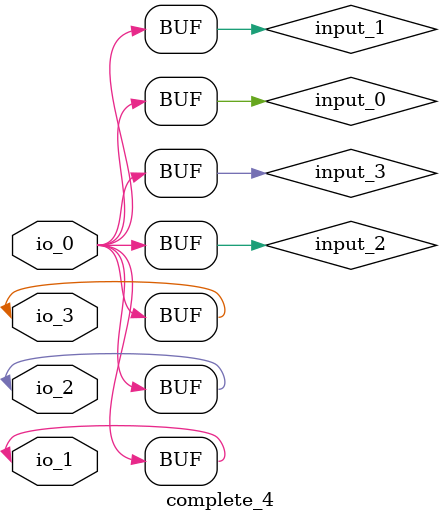
<source format=v>
module complete_4 (
inout io_0,inout io_1,inout io_2,inout io_3
);
assign io_0 = input_0;
assign io_0 = input_1;
assign io_0 = input_2;
assign io_0 = input_3;
assign io_1 = input_1;
assign io_1 = input_2;
assign io_1 = input_3;
assign io_2 = input_2;
assign io_2 = input_3;
assign io_3 = input_3;
endmodule

</source>
